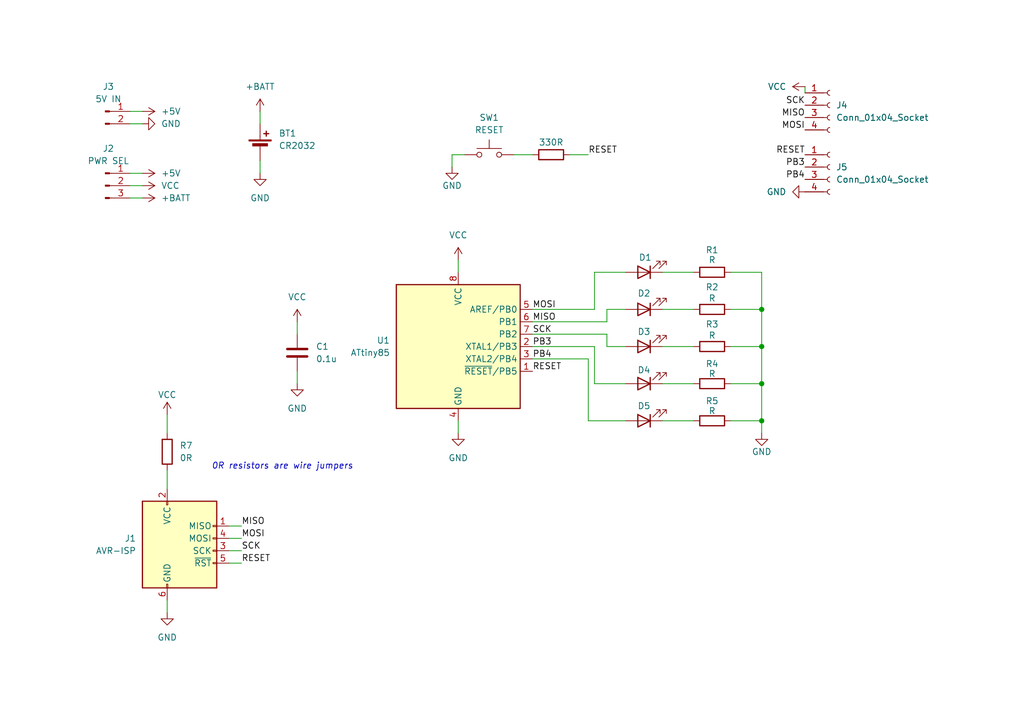
<source format=kicad_sch>
(kicad_sch (version 20231120) (generator "eeschema") (generator_version "8.0")
  (paper "A5")
  (title_block (title "avr-chaser-pcb") (date "2024-08-06") (rev "A") (company "eepy.pro"))
  (lib_symbols
    (symbol "Connector:AVR-ISP-6" (pin_names (offset 1.016))
      (property "Reference" "J" (at -6.35 11.43 0))
      (property "Value" "AVR-ISP-6" (at 0 11.43 0))
      (symbol "AVR-ISP-6_0_1"
        (rectangle (start -2.667 -6.858) (end -2.413 -7.62))
        (rectangle (start -2.667 10.16) (end -2.413 9.398))
        (rectangle (start 7.62 -2.413) (end 6.858 -2.667))
        (rectangle (start 7.62 0.127) (end 6.858 -0.127))
        (rectangle (start 7.62 2.667) (end 6.858 2.413))
        (rectangle (start 7.62 5.207) (end 6.858 4.953))
        (rectangle (start 7.62 10.16) (end -7.62 -7.62) (stroke (width 0.254)) (fill (type background)))
      )
      (symbol "AVR-ISP-6_1_1"
        (pin passive line (at 10.16 5.08 180) (length 2.54) (name "MISO") (number "1"))
        (pin passive line (at -2.54 12.7 270) (length 2.54) (name "VCC") (number "2"))
        (pin passive line (at 10.16 0 180) (length 2.54) (name "SCK") (number "3"))
        (pin passive line (at 10.16 2.54 180) (length 2.54) (name "MOSI") (number "4"))
        (pin passive line (at 10.16 -2.54 180) (length 2.54) (name "~{RST}") (number "5"))
        (pin passive line (at -2.54 -10.16 90) (length 2.54) (name "GND") (number "6"))
      )
    )
    (symbol "Connector:Conn_01x02_Pin" (pin_names (offset 1.016) hide)
      (property "Reference" "J" (at 0 2.54 0))
      (property "Value" "Conn_01x02_Pin" (at 0 -5.08 0))
      (symbol "Conn_01x02_Pin_1_1"
        (polyline (pts (xy 1.27 -2.54) (xy 0.8636 -2.54)) (stroke (width 0.1524)))
        (polyline (pts (xy 1.27 0) (xy 0.8636 0)) (stroke (width 0.1524)))
        (rectangle (start 0.8636 -2.413) (end 0 -2.667) (stroke (width 0.1524)) (fill (type outline)))
        (rectangle (start 0.8636 0.127) (end 0 -0.127) (stroke (width 0.1524)) (fill (type outline)))
        (pin passive line (at 5.08 0 180) (length 3.81) (name "Pin_1") (number "1"))
        (pin passive line (at 5.08 -2.54 180) (length 3.81) (name "Pin_2") (number "2"))
      )
    )
    (symbol "Connector:Conn_01x03_Pin" (pin_names (offset 1.016) hide)
      (property "Reference" "J" (at 0 5.08 0))
      (property "Value" "Conn_01x03_Pin" (at 0 -5.08 0))
      (symbol "Conn_01x03_Pin_1_1"
        (polyline (pts (xy 1.27 -2.54) (xy 0.8636 -2.54)) (stroke (width 0.1524)))
        (polyline (pts (xy 1.27 0) (xy 0.8636 0)) (stroke (width 0.1524)))
        (polyline (pts (xy 1.27 2.54) (xy 0.8636 2.54)) (stroke (width 0.1524)))
        (rectangle (start 0.8636 -2.413) (end 0 -2.667) (stroke (width 0.1524)) (fill (type outline)))
        (rectangle (start 0.8636 0.127) (end 0 -0.127) (stroke (width 0.1524)) (fill (type outline)))
        (rectangle (start 0.8636 2.667) (end 0 2.413) (stroke (width 0.1524)) (fill (type outline)))
        (pin passive line (at 5.08 2.54 180) (length 3.81) (name "Pin_1") (number "1"))
        (pin passive line (at 5.08 0 180) (length 3.81) (name "Pin_2") (number "2"))
        (pin passive line (at 5.08 -2.54 180) (length 3.81) (name "Pin_3") (number "3"))
      )
    )
    (symbol "Connector:Conn_01x04_Socket" (pin_names (offset 1.016) hide)
      (property "Reference" "J" (at 0 5.08 0))
      (property "Value" "Conn_01x04_Socket" (at 0 -7.62 0))
      (symbol "Conn_01x04_Socket_1_1"
        (arc (start 0 -4.572) (mid -0.5058 -5.08) (end 0 -5.588) (stroke (width 0.1524)))
        (arc (start 0 -2.032) (mid -0.5058 -2.54) (end 0 -3.048) (stroke (width 0.1524)))
        (polyline (pts (xy -1.27 -5.08) (xy -0.508 -5.08)) (stroke (width 0.1524)))
        (polyline (pts (xy -1.27 -2.54) (xy -0.508 -2.54)) (stroke (width 0.1524)))
        (polyline (pts (xy -1.27 0) (xy -0.508 0)) (stroke (width 0.1524)))
        (polyline (pts (xy -1.27 2.54) (xy -0.508 2.54)) (stroke (width 0.1524)))
        (arc (start 0 0.508) (mid -0.5058 0) (end 0 -0.508) (stroke (width 0.1524)))
        (arc (start 0 3.048) (mid -0.5058 2.54) (end 0 2.032) (stroke (width 0.1524)))
        (pin passive line (at -5.08 2.54 0) (length 3.81) (name "Pin_1") (number "1"))
        (pin passive line (at -5.08 0 0) (length 3.81) (name "Pin_2") (number "2"))
        (pin passive line (at -5.08 -2.54 0) (length 3.81) (name "Pin_3") (number "3"))
        (pin passive line (at -5.08 -5.08 0) (length 3.81) (name "Pin_4") (number "4"))
      )
    )
    (symbol "Device:Battery_Cell" (pin_numbers hide) (pin_names (offset 0) hide)
      (property "Reference" "BT" (at 2.54 2.54 0))
      (property "Value" "Battery_Cell" (at 2.54 0 0))
      (symbol "Battery_Cell_0_1"
        (rectangle (start -2.286 1.778) (end 2.286 1.524) (fill (type outline)))
        (rectangle (start -1.524 1.016) (end 1.524 0.508) (fill (type outline)))
        (polyline (pts (xy 0 0.762) (xy 0 0)))
        (polyline (pts (xy 0 1.778) (xy 0 2.54)))
        (polyline (pts (xy 0.762 3.048) (xy 1.778 3.048)) (stroke (width 0.254)))
        (polyline (pts (xy 1.27 3.556) (xy 1.27 2.54)) (stroke (width 0.254)))
      )
      (symbol "Battery_Cell_1_1"
        (pin passive line (at 0 5.08 270) (length 2.54) (name "+") (number "1"))
        (pin passive line (at 0 -2.54 90) (length 2.54) (name "-") (number "2"))
      )
    )
    (symbol "Device:C" (pin_numbers hide) (pin_names (offset 0.254))
      (property "Reference" "C" (at 0.635 2.54 0))
      (property "Value" "C" (at 0.635 -2.54 0))
      (symbol "C_0_1"
        (polyline (pts (xy -2.032 -0.762) (xy 2.032 -0.762)) (stroke (width 0.508)))
        (polyline (pts (xy -2.032 0.762) (xy 2.032 0.762)) (stroke (width 0.508)))
      )
      (symbol "C_1_1"
        (pin passive line (at 0 3.81 270) (length 2.794) (name "~") (number "1"))
        (pin passive line (at 0 -3.81 90) (length 2.794) (name "~") (number "2"))
      )
    )
    (symbol "Device:LED" (pin_numbers hide) (pin_names (offset 1.016) hide)
      (property "Reference" "D" (at 0 2.54 0))
      (property "Value" "LED" (at 0 -2.54 0))
      (symbol "LED_0_1"
        (polyline (pts (xy -1.27 -1.27) (xy -1.27 1.27)) (stroke (width 0.254)))
        (polyline (pts (xy -1.27 0) (xy 1.27 0)))
        (polyline (pts (xy 1.27 -1.27) (xy 1.27 1.27) (xy -1.27 0) (xy 1.27 -1.27)) (stroke (width 0.254)))
        (polyline (pts (xy -3.048 -0.762) (xy -4.572 -2.286) (xy -3.81 -2.286) (xy -4.572 -2.286) (xy -4.572 -1.524)))
        (polyline (pts (xy -1.778 -0.762) (xy -3.302 -2.286) (xy -2.54 -2.286) (xy -3.302 -2.286) (xy -3.302 -1.524)))
      )
      (symbol "LED_1_1"
        (pin passive line (at -3.81 0 0) (length 2.54) (name "K") (number "1"))
        (pin passive line (at 3.81 0 180) (length 2.54) (name "A") (number "2"))
      )
    )
    (symbol "Device:R" (pin_numbers hide) (pin_names (offset 0))
      (property "Reference" "R" (at 2.032 0 90))
      (property "Value" "R" (at 0 0 90))
      (symbol "R_0_1"
        (rectangle (start -1.016 -2.54) (end 1.016 2.54) (stroke (width 0.254)))
      )
      (symbol "R_1_1"
        (pin passive line (at 0 3.81 270) (length 1.27) (name "~") (number "1"))
        (pin passive line (at 0 -3.81 90) (length 1.27) (name "~") (number "2"))
      )
    )
    (symbol "MCU_Microchip_ATtiny:ATtiny85-20P"
      (property "Reference" "U" (at -12.7 13.97 0))
      (property "Value" "ATtiny85-20P" (at 2.54 -13.97 0))
      (symbol "ATtiny85-20P_0_1"
        (rectangle (start -12.7 -12.7) (end 12.7 12.7) (stroke (width 0.254)) (fill (type background)))
      )
      (symbol "ATtiny85-20P_1_1"
        (pin bidirectional line (at 15.24 -5.08 180) (length 2.54) (name "~{RESET}/PB5") (number "1"))
        (pin bidirectional line (at 15.24 0 180) (length 2.54) (name "XTAL1/PB3") (number "2"))
        (pin bidirectional line (at 15.24 -2.54 180) (length 2.54) (name "XTAL2/PB4") (number "3"))
        (pin power_in line (at 0 -15.24 90) (length 2.54) (name "GND") (number "4"))
        (pin bidirectional line (at 15.24 7.62 180) (length 2.54) (name "AREF/PB0") (number "5"))
        (pin bidirectional line (at 15.24 5.08 180) (length 2.54) (name "PB1") (number "6"))
        (pin bidirectional line (at 15.24 2.54 180) (length 2.54) (name "PB2") (number "7"))
        (pin power_in line (at 0 15.24 270) (length 2.54) (name "VCC") (number "8"))
      )
    )
    (symbol "Switch:SW_Push" (pin_numbers hide) (pin_names (offset 1.016) hide)
      (property "Reference" "SW" (at 1.27 2.54 0))
      (property "Value" "SW_Push" (at 0 -1.524 0))
      (symbol "SW_Push_0_1"
        (circle (center -2.032 0) (radius 0.508))
        (polyline (pts (xy 0 1.27) (xy 0 3.048)))
        (polyline (pts (xy 2.54 1.27) (xy -2.54 1.27)))
        (circle (center 2.032 0) (radius 0.508))
        (pin passive line (at -5.08 0 0) (length 2.54) (name "1") (number "1"))
        (pin passive line (at 5.08 0 180) (length 2.54) (name "2") (number "2"))
      )
    )
    (symbol "power:+5V" (power) (pin_numbers hide) (pin_names (offset 0) hide)
      (property "Value" "+5V" (at 0 3.556 0))
      (symbol "+5V_0_1"
        (polyline (pts (xy -0.762 1.27) (xy 0 2.54)))
        (polyline (pts (xy 0 0) (xy 0 2.54)))
        (polyline (pts (xy 0 2.54) (xy 0.762 1.27)))
      )
      (symbol "+5V_1_1"
        (pin power_in line (at 0 0 90) (length 0) (name "~") (number "1"))
      )
    )
    (symbol "power:+BATT" (power) (pin_numbers hide) (pin_names (offset 0) hide)
      (property "Value" "+BATT" (at 0 3.556 0))
      (symbol "+BATT_0_1"
        (polyline (pts (xy -0.762 1.27) (xy 0 2.54)))
        (polyline (pts (xy 0 0) (xy 0 2.54)))
        (polyline (pts (xy 0 2.54) (xy 0.762 1.27)))
      )
      (symbol "+BATT_1_1"
        (pin power_in line (at 0 0 90) (length 0) (name "~") (number "1"))
      )
    )
    (symbol "power:GND" (power) (pin_numbers hide) (pin_names (offset 0) hide)
      (property "Value" "GND" (at 0 -3.81 0))
      (symbol "GND_0_1"
        (polyline (pts (xy 0 0) (xy 0 -1.27) (xy 1.27 -1.27) (xy 0 -2.54) (xy -1.27 -1.27) (xy 0 -1.27)))
      )
      (symbol "GND_1_1"
        (pin power_in line (at 0 0 270) (length 0) (name "~") (number "1"))
      )
    )
    (symbol "power:VCC" (power) (pin_numbers hide) (pin_names (offset 0) hide)
      (property "Value" "VCC" (at 0 3.556 0))
      (symbol "VCC_0_1"
        (polyline (pts (xy -0.762 1.27) (xy 0 2.54)))
        (polyline (pts (xy 0 0) (xy 0 2.54)))
        (polyline (pts (xy 0 2.54) (xy 0.762 1.27)))
      )
      (symbol "VCC_1_1"
        (pin power_in line (at 0 0 90) (length 0) (name "~") (number "1"))
      )
    )
  )
  (junction (at 156.21 63.5))
  (junction (at 156.21 71.12))
  (junction (at 156.21 86.36))
  (junction (at 156.21 78.74))
  (wire (pts (xy 149.86 55.88) (xy 156.21 55.88)))
  (wire (pts (xy 92.71 31.75) (xy 92.71 34.29)))
  (wire (pts (xy 135.89 71.12) (xy 142.24 71.12)))
  (wire (pts (xy 105.41 31.75) (xy 109.22 31.75)))
  (wire (pts (xy 46.99 115.57) (xy 49.53 115.57)))
  (wire (pts (xy 46.99 110.49) (xy 49.53 110.49)))
  (wire (pts (xy 26.67 38.1) (xy 29.21 38.1)))
  (wire (pts (xy 135.89 55.88) (xy 142.24 55.88)))
  (wire (pts (xy 53.34 22.86) (xy 53.34 25.4)))
  (wire (pts (xy 95.25 31.75) (xy 92.71 31.75)))
  (wire (pts (xy 93.98 86.36) (xy 93.98 88.9)))
  (wire (pts (xy 165.1 17.78) (xy 165.1 19.05)))
  (wire (pts (xy 156.21 55.88) (xy 156.21 63.5)))
  (wire (pts (xy 156.21 63.5) (xy 156.21 71.12)))
  (wire (pts (xy 135.89 63.5) (xy 142.24 63.5)))
  (wire (pts (xy 46.99 113.03) (xy 49.53 113.03)))
  (wire (pts (xy 109.22 63.5) (xy 121.92 63.5)))
  (wire (pts (xy 128.27 55.88) (xy 121.92 55.88)))
  (wire (pts (xy 124.46 63.5) (xy 124.46 66.04)))
  (wire (pts (xy 109.22 73.66) (xy 120.65 73.66)))
  (wire (pts (xy 135.89 86.36) (xy 142.24 86.36)))
  (wire (pts (xy 149.86 63.5) (xy 156.21 63.5)))
  (wire (pts (xy 149.86 71.12) (xy 156.21 71.12)))
  (wire (pts (xy 156.21 78.74) (xy 156.21 86.36)))
  (wire (pts (xy 121.92 55.88) (xy 121.92 63.5)))
  (wire (pts (xy 26.67 25.4) (xy 29.21 25.4)))
  (wire (pts (xy 34.29 123.19) (xy 34.29 125.73)))
  (wire (pts (xy 109.22 71.12) (xy 121.92 71.12)))
  (wire (pts (xy 53.34 33.02) (xy 53.34 35.56)))
  (wire (pts (xy 128.27 71.12) (xy 124.46 71.12)))
  (wire (pts (xy 34.29 96.52) (xy 34.29 100.33)))
  (wire (pts (xy 149.86 78.74) (xy 156.21 78.74)))
  (wire (pts (xy 60.96 76.2) (xy 60.96 78.74)))
  (wire (pts (xy 46.99 107.95) (xy 49.53 107.95)))
  (wire (pts (xy 109.22 66.04) (xy 124.46 66.04)))
  (wire (pts (xy 121.92 78.74) (xy 128.27 78.74)))
  (wire (pts (xy 124.46 71.12) (xy 124.46 68.58)))
  (wire (pts (xy 156.21 88.9) (xy 156.21 86.36)))
  (wire (pts (xy 135.89 78.74) (xy 142.24 78.74)))
  (wire (pts (xy 109.22 68.58) (xy 124.46 68.58)))
  (wire (pts (xy 26.67 22.86) (xy 29.21 22.86)))
  (wire (pts (xy 149.86 86.36) (xy 156.21 86.36)))
  (wire (pts (xy 60.96 66.04) (xy 60.96 68.58)))
  (wire (pts (xy 128.27 63.5) (xy 124.46 63.5)))
  (wire (pts (xy 156.21 71.12) (xy 156.21 78.74)))
  (wire (pts (xy 121.92 71.12) (xy 121.92 78.74)))
  (wire (pts (xy 26.67 40.64) (xy 29.21 40.64)))
  (wire (pts (xy 120.65 86.36) (xy 128.27 86.36)))
  (wire (pts (xy 116.84 31.75) (xy 120.65 31.75)))
  (wire (pts (xy 34.29 85.09) (xy 34.29 88.9)))
  (wire (pts (xy 120.65 73.66) (xy 120.65 86.36)))
  (wire (pts (xy 26.67 35.56) (xy 29.21 35.56)))
  (wire (pts (xy 93.98 53.34) (xy 93.98 55.88)))
  (text "0R resistors are wire jumpers" (at 57.912 95.758 0) (effects (font (size 1.27 1.27) (italic yes))))
  (label "MISO" (at 165.1 24.13 180))
  (label "MOSI" (at 165.1 26.67 180))
  (label "MOSI" (at 109.22 63.5 0))
  (label "RESET" (at 120.65 31.75 0))
  (label "PB4" (at 165.1 36.83 180))
  (label "PB4" (at 109.22 73.66 0))
  (label "RESET" (at 165.1 31.75 180))
  (label "RESET" (at 49.53 115.57 0))
  (label "SCK" (at 49.53 113.03 0))
  (label "MISO" (at 109.22 66.04 0))
  (label "RESET" (at 109.22 76.2 0))
  (label "PB3" (at 109.22 71.12 0))
  (label "SCK" (at 165.1 21.59 180))
  (label "MOSI" (at 49.53 110.49 0))
  (label "SCK" (at 109.22 68.58 0))
  (label "PB3" (at 165.1 34.29 180))
  (label "MISO" (at 49.53 107.95 0))
  (symbol (lib_id "Connector:Conn_01x03_Pin") (at 21.59 38.1 0) (unit 1)
    (property "Reference" "J2" (at 22.225 30.48 0))
    (property "Value" "PWR SEL" (at 22.225 33.02 0))
    (property "Footprint" "Connector_PinHeader_2.54mm:PinHeader_1x03_P2.54mm_Vertical" (effects (hide yes)))
    (property "Description" "Generic connector, single row, 01x03, script generated" (effects (hide yes)))
  )
  (symbol (lib_id "Device:C") (at 60.96 72.39 0) (unit 1)
    (property "Reference" "C1" (at 64.77 71.1199 0) (effects (justify left)))
    (property "Value" "0.1u" (at 64.77 73.6599 0) (effects (justify left)))
    (property "Footprint" "Capacitor_THT:C_Disc_D3.0mm_W1.6mm_P2.50mm" (effects (hide yes)))
    (property "Description" "Unpolarized capacitor" (effects (hide yes)))
  )
  (symbol (lib_id "power:GND") (at 53.34 35.56 0) (unit 1)
    (property "Reference" "#PWR09" (effects (hide yes)))
    (property "Value" "GND" (at 53.34 40.64 0))
    (property "Description" "Power symbol creates a global label with name \"GND\" , ground" (effects (hide yes)))
  )
  (symbol (lib_id "power:+BATT") (at 53.34 22.86 0) (unit 1)
    (property "Reference" "#PWR010" (effects (hide yes)))
    (property "Value" "+BATT" (at 53.34 17.78 0))
    (property "Description" "Power symbol creates a global label with name \"+BATT\"" (effects (hide yes)))
  )
  (symbol (lib_id "Connector:Conn_01x02_Pin") (at 21.59 22.86 0) (unit 1)
    (property "Reference" "J3" (at 22.225 17.78 0))
    (property "Value" "5V IN" (at 22.225 20.32 0))
    (property "Footprint" "Connector_PinHeader_2.54mm:PinHeader_1x02_P2.54mm_Vertical" (effects (hide yes)))
    (property "Description" "Generic connector, single row, 01x02, script generated" (effects (hide yes)))
  )
  (symbol (lib_id "Device:R") (at 146.05 71.12 90) (unit 1)
    (property "Reference" "R3" (at 146.05 66.548 90))
    (property "Value" "R" (at 146.05 68.834 90))
    (property "Footprint" "Resistor_THT:R_Axial_DIN0207_L6.3mm_D2.5mm_P10.16mm_Horizontal" (effects (hide yes)))
    (property "Description" "Resistor" (effects (hide yes)))
  )
  (symbol (lib_id "power:VCC") (at 93.98 53.34 0) (unit 1)
    (property "Reference" "#PWR01" (effects (hide yes)))
    (property "Value" "VCC" (at 93.98 48.26 0))
    (property "Description" "Power symbol creates a global label with name \"VCC\"" (effects (hide yes)))
  )
  (symbol (lib_id "Device:R") (at 146.05 86.36 90) (unit 1)
    (property "Reference" "R5" (at 146.05 82.296 90))
    (property "Value" "R" (at 146.05 84.328 90))
    (property "Footprint" "Resistor_THT:R_Axial_DIN0207_L6.3mm_D2.5mm_P10.16mm_Horizontal" (effects (hide yes)))
    (property "Description" "Resistor" (effects (hide yes)))
  )
  (symbol (lib_id "power:GND") (at 93.98 88.9 0) (unit 1)
    (property "Reference" "#PWR02" (effects (hide yes)))
    (property "Value" "GND" (at 93.98 93.98 0))
    (property "Description" "Power symbol creates a global label with name \"GND\" , ground" (effects (hide yes)))
  )
  (symbol (lib_id "power:GND") (at 60.96 78.74 0) (unit 1)
    (property "Reference" "#PWR04" (effects (hide yes)))
    (property "Value" "GND" (at 60.96 83.82 0))
    (property "Description" "Power symbol creates a global label with name \"GND\" , ground" (effects (hide yes)))
  )
  (symbol (lib_id "Device:LED") (at 132.08 63.5 180) (unit 1)
    (property "Reference" "D2" (at 132.08 60.198 0))
    (property "Value" "PB1" (effects (hide yes)))
    (property "Footprint" "LED_THT:LED_D5.0mm" (effects (hide yes)))
    (property "Description" "Light emitting diode" (effects (hide yes)))
  )
  (symbol (lib_id "Device:R") (at 34.29 92.71 0) (unit 1) (exclude_from_sim yes) (in_bom no)
    (property "Reference" "R7" (at 36.83 91.4399 0) (effects (justify left)))
    (property "Value" "0R" (at 36.83 93.9799 0) (effects (justify left)))
    (property "Footprint" "Resistor_THT:R_Axial_DIN0207_L6.3mm_D2.5mm_P15.24mm_Horizontal" (effects (hide yes)))
    (property "Description" "Resistor" (effects (hide yes)))
  )
  (symbol (lib_id "Device:Battery_Cell") (at 53.34 30.48 0) (unit 1)
    (property "Reference" "BT1" (at 57.15 27.3684 0) (effects (justify left)))
    (property "Value" "CR2032" (at 57.15 29.9084 0) (effects (justify left)))
    (property "Footprint" "Battery:Battery_Panasonic_CR2032-HFN_Horizontal_CircularHoles" (effects (hide yes)))
    (property "Description" "Single-cell battery" (effects (hide yes)))
  )
  (symbol (lib_id "Connector:AVR-ISP-6") (at 36.83 113.03 0) (unit 1)
    (property "Reference" "J1" (at 27.94 110.4899 0) (effects (justify right)))
    (property "Value" "AVR-ISP" (at 27.94 113.0299 0) (effects (justify right)))
    (property "Footprint" "Connector_PinHeader_2.54mm:PinHeader_2x03_P2.54mm_Vertical" (effects (hide yes)))
    (property "Datasheet" " ~" (effects (hide yes)))
    (property "Description" "Atmel 6-pin ISP connector" (effects (hide yes)))
  )
  (symbol (lib_id "Device:LED") (at 132.08 78.74 180) (unit 1)
    (property "Reference" "D4" (at 132.08 75.946 0))
    (property "Value" "PB3" (effects (hide yes)))
    (property "Footprint" "LED_THT:LED_D5.0mm" (effects (hide yes)))
    (property "Description" "Light emitting diode" (effects (hide yes)))
  )
  (symbol (lib_id "Device:LED") (at 132.08 71.12 180) (unit 1)
    (property "Reference" "D3" (at 132.08 68.072 0))
    (property "Value" "PB2" (effects (hide yes)))
    (property "Footprint" "LED_THT:LED_D5.0mm" (effects (hide yes)))
    (property "Description" "Light emitting diode" (effects (hide yes)))
  )
  (symbol (lib_id "power:+5V") (at 29.21 22.86 270) (unit 1)
    (property "Reference" "#PWR015" (effects (hide yes)))
    (property "Value" "+5V" (at 33.02 22.8599 90) (effects (justify left)))
    (property "Description" "Power symbol creates a global label with name \"+5V\"" (effects (hide yes)))
  )
  (symbol (lib_id "power:GND") (at 165.1 39.37 270) (unit 1)
    (property "Reference" "#PWR016" (effects (hide yes)))
    (property "Value" "GND" (at 161.29 39.3699 90) (effects (justify right)))
    (property "Description" "Power symbol creates a global label with name \"GND\" , ground" (effects (hide yes)))
  )
  (symbol (lib_id "power:+BATT") (at 29.21 40.64 270) (unit 1)
    (property "Reference" "#PWR013" (effects (hide yes)))
    (property "Value" "+BATT" (at 33.02 40.6399 90) (effects (justify left)))
    (property "Description" "Power symbol creates a global label with name \"+BATT\"" (effects (hide yes)))
  )
  (symbol (lib_id "power:VCC") (at 165.1 17.78 90) (unit 1)
    (property "Reference" "#PWR017" (effects (hide yes)))
    (property "Value" "VCC" (at 161.29 17.7799 90) (effects (justify left)))
    (property "Description" "Power symbol creates a global label with name \"VCC\"" (effects (hide yes)))
  )
  (symbol (lib_id "MCU_Microchip_ATtiny:ATtiny85-20P") (at 93.98 71.12 0) (unit 1)
    (property "Reference" "U1" (at 80.01 69.8499 0) (effects (justify right)))
    (property "Value" "ATtiny85" (at 80.01 72.3899 0) (effects (justify right)))
    (property "Footprint" "Package_DIP:DIP-8_W7.62mm_Socket_LongPads" (effects (hide yes)))
    (property "Datasheet" "http://ww1.microchip.com/downloads/en/DeviceDoc/atmel-2586-avr-8-bit-microcontroller-attiny25-attiny45-attiny85_datasheet.pdf" (effects (hide yes)))
    (property "Description" "20MHz, 8kB Flash, 512B SRAM, 512B EEPROM, debugWIRE, DIP-8" (effects (hide yes)))
  )
  (symbol (lib_id "power:+5V") (at 29.21 35.56 270) (unit 1)
    (property "Reference" "#PWR012" (effects (hide yes)))
    (property "Value" "+5V" (at 33.02 35.5599 90) (effects (justify left)))
    (property "Description" "Power symbol creates a global label with name \"+5V\"" (effects (hide yes)))
  )
  (symbol (lib_id "Connector:Conn_01x04_Socket") (at 170.18 34.29 0) (unit 1)
    (property "Reference" "J5" (at 171.45 34.2899 0) (effects (justify left)))
    (property "Value" "Conn_01x04_Socket" (at 171.45 36.8299 0) (effects (justify left)))
    (property "Footprint" "Connector_PinSocket_2.54mm:PinSocket_1x04_P2.54mm_Vertical" (effects (hide yes)))
    (property "Description" "Generic connector, single row, 01x04, script generated" (effects (hide yes)))
  )
  (symbol (lib_id "Device:R") (at 146.05 63.5 90) (unit 1)
    (property "Reference" "R2" (at 146.05 58.928 90))
    (property "Value" "R" (at 146.05 61.214 90))
    (property "Footprint" "Resistor_THT:R_Axial_DIN0207_L6.3mm_D2.5mm_P10.16mm_Horizontal" (effects (hide yes)))
    (property "Description" "Resistor" (effects (hide yes)))
  )
  (symbol (lib_id "power:GND") (at 156.21 88.9 0) (unit 1)
    (property "Reference" "#PWR011" (effects (hide yes)))
    (property "Value" "GND" (at 156.21 92.71 0))
    (property "Description" "Power symbol creates a global label with name \"GND\" , ground" (effects (hide yes)))
  )
  (symbol (lib_id "Device:LED") (at 132.08 55.88 180) (unit 1)
    (property "Reference" "D1" (at 132.334 52.832 0))
    (property "Value" "PB0" (effects (hide yes)))
    (property "Footprint" "LED_THT:LED_D5.0mm" (effects (hide yes)))
    (property "Description" "Light emitting diode" (effects (hide yes)))
  )
  (symbol (lib_id "power:VCC") (at 34.29 85.09 0) (unit 1)
    (property "Reference" "#PWR014" (effects (hide yes)))
    (property "Value" "VCC" (at 34.29 81.026 0))
    (property "Description" "Power symbol creates a global label with name \"VCC\"" (effects (hide yes)))
  )
  (symbol (lib_id "Device:R") (at 146.05 78.74 90) (unit 1)
    (property "Reference" "R4" (at 146.05 74.676 90))
    (property "Value" "R" (at 146.05 76.708 90))
    (property "Footprint" "Resistor_THT:R_Axial_DIN0207_L6.3mm_D2.5mm_P10.16mm_Horizontal" (effects (hide yes)))
    (property "Description" "Resistor" (effects (hide yes)))
  )
  (symbol (lib_id "Device:R") (at 113.03 31.75 90) (unit 1)
    (property "Reference" "R6" (effects (hide yes)))
    (property "Value" "330R" (at 113.03 29.21 90))
    (property "Footprint" "Resistor_THT:R_Axial_DIN0207_L6.3mm_D2.5mm_P10.16mm_Horizontal" (effects (hide yes)))
    (property "Description" "Resistor" (effects (hide yes)))
  )
  (symbol (lib_id "power:GND") (at 29.21 25.4 90) (unit 1)
    (property "Reference" "#PWR06" (effects (hide yes)))
    (property "Value" "GND" (at 33.02 25.3999 90) (effects (justify right)))
    (property "Description" "Power symbol creates a global label with name \"GND\" , ground" (effects (hide yes)))
  )
  (symbol (lib_id "power:GND") (at 92.71 34.29 0) (unit 1)
    (property "Reference" "#PWR07" (effects (hide yes)))
    (property "Value" "GND" (at 92.71 38.1 0))
    (property "Description" "Power symbol creates a global label with name \"GND\" , ground" (effects (hide yes)))
  )
  (symbol (lib_id "Connector:Conn_01x04_Socket") (at 170.18 21.59 0) (unit 1)
    (property "Reference" "J4" (at 171.45 21.5899 0) (effects (justify left)))
    (property "Value" "Conn_01x04_Socket" (at 171.45 24.1299 0) (effects (justify left)))
    (property "Footprint" "Connector_PinSocket_2.54mm:PinSocket_1x04_P2.54mm_Vertical" (effects (hide yes)))
    (property "Description" "Generic connector, single row, 01x04, script generated" (effects (hide yes)))
  )
  (symbol (lib_id "power:GND") (at 34.29 125.73 0) (unit 1)
    (property "Reference" "#PWR05" (effects (hide yes)))
    (property "Value" "GND" (at 34.29 130.81 0))
    (property "Description" "Power symbol creates a global label with name \"GND\" , ground" (effects (hide yes)))
  )
  (symbol (lib_id "Switch:SW_Push") (at 100.33 31.75 0) (unit 1)
    (property "Reference" "SW1" (at 100.33 24.13 0))
    (property "Value" "RESET" (at 100.33 26.67 0))
    (property "Footprint" "Button_Switch_THT:SW_PUSH_6mm" (effects (hide yes)))
    (property "Description" "Push button switch, generic, two pins" (effects (hide yes)))
  )
  (symbol (lib_id "power:VCC") (at 29.21 38.1 270) (unit 1)
    (property "Reference" "#PWR08" (effects (hide yes)))
    (property "Value" "VCC" (at 33.02 38.0999 90) (effects (justify left)))
    (property "Description" "Power symbol creates a global label with name \"VCC\"" (effects (hide yes)))
  )
  (symbol (lib_id "power:VCC") (at 60.96 66.04 0) (unit 1)
    (property "Reference" "#PWR03" (effects (hide yes)))
    (property "Value" "VCC" (at 60.96 60.96 0))
    (property "Description" "Power symbol creates a global label with name \"VCC\"" (effects (hide yes)))
  )
  (symbol (lib_id "Device:R") (at 146.05 55.88 90) (unit 1)
    (property "Reference" "R1" (at 146.05 51.308 90))
    (property "Value" "R" (at 146.05 53.34 90))
    (property "Footprint" "Resistor_THT:R_Axial_DIN0207_L6.3mm_D2.5mm_P10.16mm_Horizontal" (effects (hide yes)))
    (property "Description" "Resistor" (effects (hide yes)))
  )
  (symbol (lib_id "Device:LED") (at 132.08 86.36 180) (unit 1)
    (property "Reference" "D5" (at 132.08 83.312 0))
    (property "Value" "PB4" (effects (hide yes)))
    (property "Footprint" "LED_THT:LED_D5.0mm" (effects (hide yes)))
    (property "Description" "Light emitting diode" (effects (hide yes)))
  )
)
</source>
